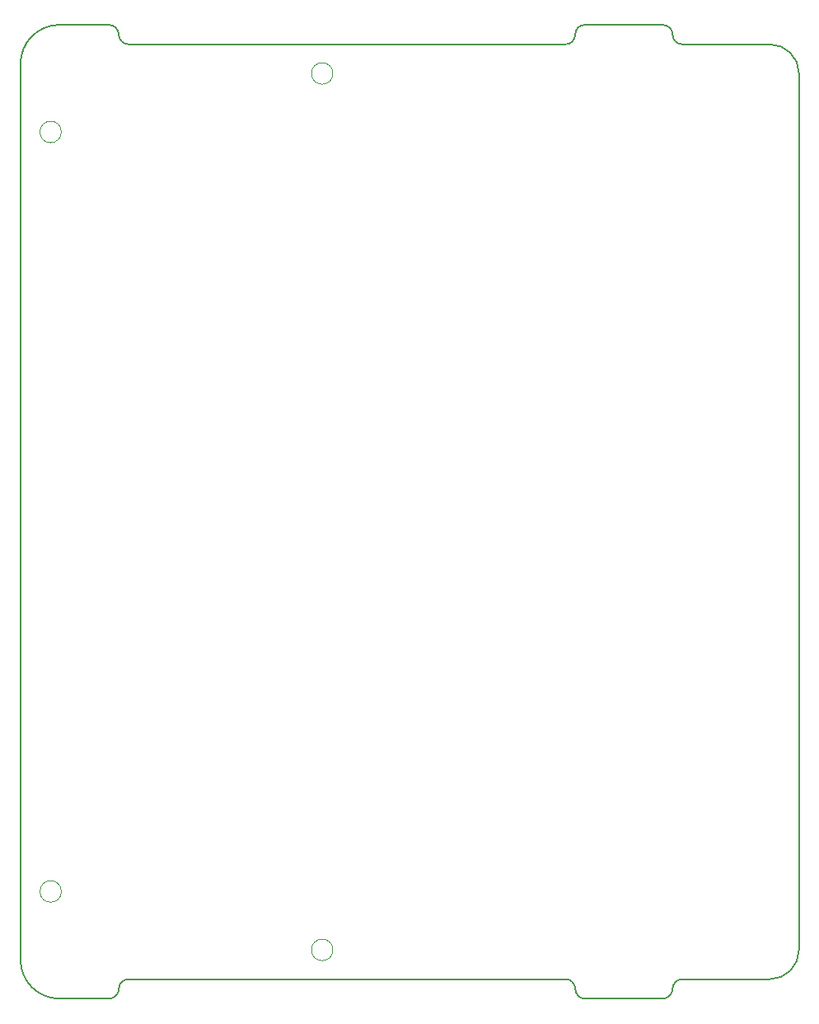
<source format=gbr>
%TF.GenerationSoftware,KiCad,Pcbnew,8.0.7-8.0.7-0~ubuntu24.04.1*%
%TF.CreationDate,2025-01-30T14:53:14+03:00*%
%TF.ProjectId,main,6d61696e-2e6b-4696-9361-645f70636258,rev?*%
%TF.SameCoordinates,Original*%
%TF.FileFunction,Profile,NP*%
%FSLAX46Y46*%
G04 Gerber Fmt 4.6, Leading zero omitted, Abs format (unit mm)*
G04 Created by KiCad (PCBNEW 8.0.7-8.0.7-0~ubuntu24.04.1) date 2025-01-30 14:53:14*
%MOMM*%
%LPD*%
G01*
G04 APERTURE LIST*
%TA.AperFunction,Profile*%
%ADD10C,0.200000*%
%TD*%
%TA.AperFunction,Profile*%
%ADD11C,0.050000*%
%TD*%
G04 APERTURE END LIST*
D10*
X40000000Y-45000000D02*
G75*
G02*
X37000000Y-48000000I-3000001J1D01*
G01*
X37000000Y48000000D02*
G75*
G02*
X40000000Y45000000I0J-3000000D01*
G01*
X-36000000Y-50000000D02*
G75*
G02*
X-40000000Y-46000000I0J4000000D01*
G01*
X-40000000Y46000000D02*
G75*
G02*
X-36000000Y50000000I4000000J0D01*
G01*
X26000000Y50000000D02*
G75*
G02*
X27000000Y49000000I0J-1000000D01*
G01*
X-36000000Y-50000000D02*
X-30900000Y-50000000D01*
X-29900000Y-49000000D02*
G75*
G02*
X-30900000Y-50000000I-1000000J0D01*
G01*
X27000000Y-49000000D02*
G75*
G02*
X26000000Y-50000000I-1000000J0D01*
G01*
X16000000Y-48000000D02*
X-28900000Y-48000000D01*
X28000000Y-48000000D02*
X37000000Y-48000000D01*
X18000000Y-50000000D02*
G75*
G02*
X17000000Y-49000000I0J1000000D01*
G01*
X28000000Y48000000D02*
G75*
G02*
X27000000Y49000000I0J1000000D01*
G01*
X40000000Y45000000D02*
X40000000Y-45000000D01*
X27000000Y-49000000D02*
G75*
G02*
X28000000Y-48000000I1000000J0D01*
G01*
X37000000Y48000000D02*
X28000000Y48000000D01*
X-40000000Y46000000D02*
X-40000000Y-46000000D01*
X-29900000Y-49000000D02*
G75*
G02*
X-28900000Y-48000000I1000000J0D01*
G01*
X26000000Y50000000D02*
X18000000Y50000000D01*
X18000000Y-50000000D02*
X26000000Y-50000000D01*
X16000000Y-48000000D02*
G75*
G02*
X17000000Y-49000000I0J-1000000D01*
G01*
X17000000Y49000000D02*
G75*
G02*
X16000000Y48000000I-1000000J0D01*
G01*
X17000000Y49000000D02*
G75*
G02*
X18000000Y50000000I1000000J0D01*
G01*
X-28900000Y48000000D02*
X16000000Y48000000D01*
X-28900000Y48000000D02*
G75*
G02*
X-29900000Y49000000I0J1000000D01*
G01*
X-30900000Y50000000D02*
G75*
G02*
X-29900000Y49000000I0J-1000000D01*
G01*
X-36000000Y50000000D02*
X-30900000Y50000000D01*
D11*
%TO.C,U1*%
X-35800000Y39000000D02*
G75*
G02*
X-38000000Y39000000I-1100000J0D01*
G01*
X-38000000Y39000000D02*
G75*
G02*
X-35800000Y39000000I1100000J0D01*
G01*
X-35800000Y-39000000D02*
G75*
G02*
X-38000000Y-39000000I-1100000J0D01*
G01*
X-38000000Y-39000000D02*
G75*
G02*
X-35800000Y-39000000I1100000J0D01*
G01*
X-7900000Y45000000D02*
G75*
G02*
X-10100000Y45000000I-1100000J0D01*
G01*
X-10100000Y45000000D02*
G75*
G02*
X-7900000Y45000000I1100000J0D01*
G01*
X-7900000Y-45000000D02*
G75*
G02*
X-10100000Y-45000000I-1100000J0D01*
G01*
X-10100000Y-45000000D02*
G75*
G02*
X-7900000Y-45000000I1100000J0D01*
G01*
%TD*%
M02*

</source>
